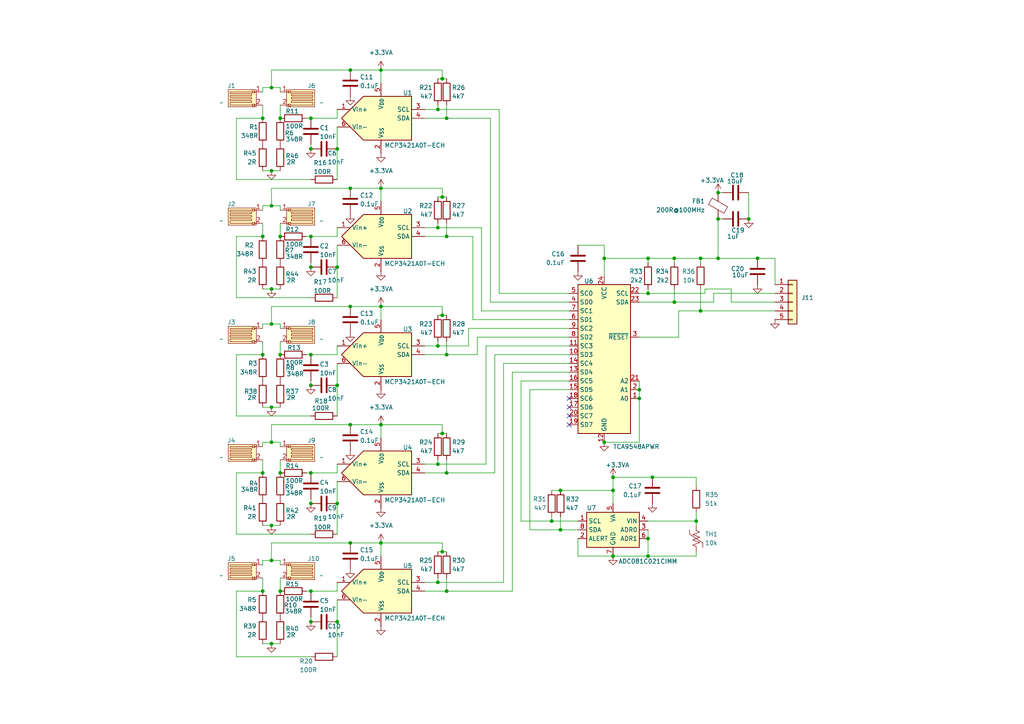
<source format=kicad_sch>
(kicad_sch (version 20250114) (generator "eeschema") (generator_version "9.0")
  (paper "A4")
  (title_block (title "Strain ADC") (date "2025-05-30") (rev "v1.0") (company "Ottawa Skybound") (comment 1 "Designed by Adam Turaj"))
  (junction (at 110.49 54.61))
  (junction (at 101.6 54.61))
  (junction (at 90.17 146.05))
  (junction (at 78.74 93.98))
  (junction (at 78.74 59.69))
  (junction (at 78.74 49.53))
  (junction (at 127 134.62))
  (junction (at 185.42 115.57))
  (junction (at 81.28 171.45))
  (junction (at 219.71 74.93))
  (junction (at 90.17 180.34))
  (junction (at 101.6 123.19))
  (junction (at 78.74 186.69))
  (junction (at 127 168.91))
  (junction (at 127 31.75))
  (junction (at 110.49 88.9))
  (junction (at 76.2 171.45))
  (junction (at 90.17 77.47))
  (junction (at 101.6 88.9))
  (junction (at 177.8 138.43))
  (junction (at 78.74 162.56))
  (junction (at 187.96 161.29))
  (junction (at 127 100.33))
  (junction (at 127 66.04))
  (junction (at 203.2 74.93))
  (junction (at 101.6 20.32))
  (junction (at 129.54 102.87))
  (junction (at 97.79 77.47))
  (junction (at 129.54 137.16))
  (junction (at 90.17 34.29))
  (junction (at 128.27 160.02))
  (junction (at 81.28 137.16))
  (junction (at 208.28 63.5))
  (junction (at 201.93 151.13))
  (junction (at 90.17 111.76))
  (junction (at 78.74 25.4))
  (junction (at 90.17 137.16))
  (junction (at 101.6 157.48))
  (junction (at 97.79 146.05))
  (junction (at 128.27 125.73))
  (junction (at 97.79 180.34))
  (junction (at 217.17 63.5))
  (junction (at 97.79 43.18))
  (junction (at 110.49 157.48))
  (junction (at 175.26 128.27))
  (junction (at 189.23 138.43))
  (junction (at 97.79 111.76))
  (junction (at 128.27 91.44))
  (junction (at 81.28 68.58))
  (junction (at 162.56 153.67))
  (junction (at 208.28 55.88))
  (junction (at 162.56 142.24))
  (junction (at 160.02 151.13))
  (junction (at 208.28 74.93))
  (junction (at 129.54 34.29))
  (junction (at 177.8 142.24))
  (junction (at 175.26 74.93))
  (junction (at 76.2 137.16))
  (junction (at 110.49 123.19))
  (junction (at 78.74 118.11))
  (junction (at 90.17 171.45))
  (junction (at 78.74 83.82))
  (junction (at 128.27 22.86))
  (junction (at 203.2 90.17))
  (junction (at 187.96 85.09))
  (junction (at 187.96 156.21))
  (junction (at 90.17 68.58))
  (junction (at 129.54 68.58))
  (junction (at 81.28 102.87))
  (junction (at 110.49 20.32))
  (junction (at 128.27 57.15))
  (junction (at 76.2 102.87))
  (junction (at 185.42 113.03))
  (junction (at 195.58 87.63))
  (junction (at 78.74 128.27))
  (junction (at 90.17 43.18))
  (junction (at 129.54 171.45))
  (junction (at 78.74 152.4))
  (junction (at 90.17 102.87))
  (junction (at 187.96 74.93))
  (junction (at 76.2 68.58))
  (junction (at 81.28 34.29))
  (junction (at 177.8 161.29))
  (junction (at 195.58 74.93))
  (junction (at 76.2 34.29))
  (no_connect (at 165.1 118.11))
  (no_connect (at 165.1 123.19))
  (no_connect (at 165.1 120.65))
  (no_connect (at 165.1 115.57))
  (wire (pts (xy 97.79 134.62) (xy 97.79 137.16)))
  (wire (pts (xy 76.2 59.69) (xy 78.74 59.69)))
  (wire (pts (xy 78.74 83.82) (xy 81.28 83.82)))
  (wire (pts (xy 143.51 102.87) (xy 165.1 102.87)))
  (wire (pts (xy 127 160.02) (xy 128.27 160.02)))
  (wire (pts (xy 127 134.62) (xy 140.97 134.62)))
  (wire (pts (xy 185.42 128.27) (xy 175.26 128.27)))
  (wire (pts (xy 110.49 123.19) (xy 110.49 127)))
  (wire (pts (xy 78.74 59.69) (xy 81.28 59.69)))
  (wire (pts (xy 78.74 157.48) (xy 78.74 162.56)))
  (wire (pts (xy 128.27 160.02) (xy 129.54 160.02)))
  (wire (pts (xy 177.8 142.24) (xy 177.8 146.05)))
  (wire (pts (xy 101.6 157.48) (xy 110.49 157.48)))
  (wire (pts (xy 81.28 128.27) (xy 81.28 129.54)))
  (wire (pts (xy 110.49 157.48) (xy 128.27 157.48)))
  (wire (pts (xy 90.17 68.58) (xy 88.9 68.58)))
  (wire (pts (xy 101.6 54.61) (xy 110.49 54.61)))
  (wire (pts (xy 110.49 157.48) (xy 110.49 161.29)))
  (wire (pts (xy 81.28 167.64) (xy 81.28 171.45)))
  (wire (pts (xy 97.79 31.75) (xy 97.79 34.29)))
  (wire (pts (xy 78.74 54.61) (xy 78.74 59.69)))
  (wire (pts (xy 90.17 41.91) (xy 90.17 43.18)))
  (wire (pts (xy 97.79 105.41) (xy 97.79 111.76)))
  (wire (pts (xy 97.79 168.91) (xy 97.79 171.45)))
  (wire (pts (xy 224.79 74.93) (xy 219.71 74.93)))
  (wire (pts (xy 90.17 34.29) (xy 88.9 34.29)))
  (wire (pts (xy 76.2 152.4) (xy 78.74 152.4)))
  (wire (pts (xy 207.01 85.09) (xy 207.01 87.63)))
  (wire (pts (xy 90.17 68.58) (xy 97.79 68.58)))
  (wire (pts (xy 129.54 68.58) (xy 137.16 68.58)))
  (wire (pts (xy 127 64.77) (xy 127 66.04)))
  (wire (pts (xy 153.67 153.67) (xy 153.67 113.03)))
  (wire (pts (xy 97.79 100.33) (xy 97.79 102.87)))
  (wire (pts (xy 139.7 66.04) (xy 139.7 90.17)))
  (wire (pts (xy 78.74 118.11) (xy 81.28 118.11)))
  (wire (pts (xy 140.97 100.33) (xy 165.1 100.33)))
  (wire (pts (xy 90.17 34.29) (xy 97.79 34.29)))
  (wire (pts (xy 185.42 97.79) (xy 196.85 97.79)))
  (wire (pts (xy 127 99.06) (xy 127 100.33)))
  (wire (pts (xy 97.79 173.99) (xy 97.79 180.34)))
  (wire (pts (xy 128.27 57.15) (xy 129.54 57.15)))
  (wire (pts (xy 162.56 153.67) (xy 153.67 153.67)))
  (wire (pts (xy 76.2 167.64) (xy 76.2 171.45)))
  (wire (pts (xy 68.58 102.87) (xy 76.2 102.87)))
  (wire (pts (xy 90.17 137.16) (xy 97.79 137.16)))
  (wire (pts (xy 187.96 74.93) (xy 175.26 74.93)))
  (wire (pts (xy 146.05 105.41) (xy 165.1 105.41)))
  (wire (pts (xy 76.2 99.06) (xy 76.2 102.87)))
  (wire (pts (xy 76.2 30.48) (xy 76.2 34.29)))
  (wire (pts (xy 81.28 99.06) (xy 81.28 102.87)))
  (wire (pts (xy 129.54 99.06) (xy 129.54 102.87)))
  (wire (pts (xy 212.09 83.82) (xy 212.09 87.63)))
  (wire (pts (xy 78.74 20.32) (xy 101.6 20.32)))
  (wire (pts (xy 185.42 115.57) (xy 185.42 128.27)))
  (wire (pts (xy 123.19 31.75) (xy 127 31.75)))
  (wire (pts (xy 123.19 134.62) (xy 127 134.62)))
  (wire (pts (xy 189.23 138.43) (xy 201.93 138.43)))
  (wire (pts (xy 142.24 87.63) (xy 165.1 87.63)))
  (wire (pts (xy 127 133.35) (xy 127 134.62)))
  (wire (pts (xy 97.79 77.47) (xy 97.79 86.36)))
  (wire (pts (xy 208.28 63.5) (xy 209.55 63.5)))
  (wire (pts (xy 76.2 25.4) (xy 78.74 25.4)))
  (wire (pts (xy 201.93 138.43) (xy 201.93 140.97)))
  (wire (pts (xy 90.17 154.94) (xy 68.58 154.94)))
  (wire (pts (xy 78.74 93.98) (xy 81.28 93.98)))
  (wire (pts (xy 90.17 102.87) (xy 88.9 102.87)))
  (wire (pts (xy 128.27 20.32) (xy 128.27 22.86)))
  (wire (pts (xy 78.74 20.32) (xy 78.74 25.4)))
  (wire (pts (xy 187.96 153.67) (xy 187.96 156.21)))
  (wire (pts (xy 97.79 139.7) (xy 97.79 146.05)))
  (wire (pts (xy 129.54 137.16) (xy 143.51 137.16)))
  (wire (pts (xy 217.17 55.88) (xy 217.17 63.5)))
  (wire (pts (xy 78.74 152.4) (xy 81.28 152.4)))
  (wire (pts (xy 76.2 93.98) (xy 78.74 93.98)))
  (wire (pts (xy 123.19 100.33) (xy 127 100.33)))
  (wire (pts (xy 137.16 92.71) (xy 165.1 92.71)))
  (wire (pts (xy 123.19 34.29) (xy 129.54 34.29)))
  (wire (pts (xy 127 57.15) (xy 128.27 57.15)))
  (wire (pts (xy 78.74 186.69) (xy 81.28 186.69)))
  (wire (pts (xy 110.49 88.9) (xy 128.27 88.9)))
  (wire (pts (xy 153.67 113.03) (xy 165.1 113.03)))
  (wire (pts (xy 81.28 93.98) (xy 81.28 95.25)))
  (wire (pts (xy 177.8 138.43) (xy 189.23 138.43)))
  (wire (pts (xy 144.78 31.75) (xy 144.78 85.09)))
  (wire (pts (xy 140.97 134.62) (xy 140.97 100.33)))
  (wire (pts (xy 128.27 91.44) (xy 129.54 91.44)))
  (wire (pts (xy 187.96 161.29) (xy 177.8 161.29)))
  (wire (pts (xy 78.74 88.9) (xy 101.6 88.9)))
  (wire (pts (xy 167.64 71.12) (xy 175.26 71.12)))
  (wire (pts (xy 167.64 153.67) (xy 162.56 153.67)))
  (wire (pts (xy 187.96 85.09) (xy 204.47 85.09)))
  (wire (pts (xy 123.19 66.04) (xy 127 66.04)))
  (wire (pts (xy 90.17 171.45) (xy 88.9 171.45)))
  (wire (pts (xy 224.79 74.93) (xy 224.79 82.55)))
  (wire (pts (xy 135.89 95.25) (xy 165.1 95.25)))
  (wire (pts (xy 110.49 88.9) (xy 110.49 92.71)))
  (wire (pts (xy 208.28 63.5) (xy 208.28 74.93)))
  (wire (pts (xy 128.27 88.9) (xy 128.27 91.44)))
  (wire (pts (xy 68.58 137.16) (xy 76.2 137.16)))
  (wire (pts (xy 201.93 148.59) (xy 201.93 151.13)))
  (wire (pts (xy 81.28 30.48) (xy 81.28 34.29)))
  (wire (pts (xy 127 31.75) (xy 144.78 31.75)))
  (wire (pts (xy 110.49 54.61) (xy 110.49 58.42)))
  (wire (pts (xy 201.93 161.29) (xy 187.96 161.29)))
  (wire (pts (xy 110.49 123.19) (xy 128.27 123.19)))
  (wire (pts (xy 90.17 120.65) (xy 68.58 120.65)))
  (wire (pts (xy 148.59 107.95) (xy 165.1 107.95)))
  (wire (pts (xy 138.43 97.79) (xy 165.1 97.79)))
  (wire (pts (xy 76.2 162.56) (xy 76.2 163.83)))
  (wire (pts (xy 76.2 49.53) (xy 78.74 49.53)))
  (wire (pts (xy 76.2 128.27) (xy 76.2 129.54)))
  (wire (pts (xy 68.58 137.16) (xy 68.58 154.94)))
  (wire (pts (xy 160.02 151.13) (xy 151.13 151.13)))
  (wire (pts (xy 90.17 179.07) (xy 90.17 180.34)))
  (wire (pts (xy 127 167.64) (xy 127 168.91)))
  (wire (pts (xy 123.19 171.45) (xy 129.54 171.45)))
  (wire (pts (xy 127 91.44) (xy 128.27 91.44)))
  (wire (pts (xy 128.27 22.86) (xy 129.54 22.86)))
  (wire (pts (xy 187.96 83.82) (xy 187.96 85.09)))
  (wire (pts (xy 167.64 151.13) (xy 160.02 151.13)))
  (wire (pts (xy 97.79 71.12) (xy 97.79 77.47)))
  (wire (pts (xy 76.2 128.27) (xy 78.74 128.27)))
  (wire (pts (xy 201.93 152.4) (xy 201.93 151.13)))
  (wire (pts (xy 148.59 171.45) (xy 148.59 107.95)))
  (wire (pts (xy 177.8 138.43) (xy 177.8 142.24)))
  (wire (pts (xy 78.74 157.48) (xy 101.6 157.48)))
  (wire (pts (xy 110.49 54.61) (xy 128.27 54.61)))
  (wire (pts (xy 162.56 149.86) (xy 162.56 153.67)))
  (wire (pts (xy 151.13 151.13) (xy 151.13 110.49)))
  (wire (pts (xy 81.28 25.4) (xy 81.28 26.67)))
  (wire (pts (xy 196.85 97.79) (xy 196.85 90.17)))
  (wire (pts (xy 144.78 85.09) (xy 165.1 85.09)))
  (wire (pts (xy 224.79 85.09) (xy 207.01 85.09)))
  (wire (pts (xy 187.96 151.13) (xy 201.93 151.13)))
  (wire (pts (xy 81.28 133.35) (xy 81.28 137.16)))
  (wire (pts (xy 128.27 157.48) (xy 128.27 160.02)))
  (wire (pts (xy 129.54 171.45) (xy 148.59 171.45)))
  (wire (pts (xy 128.27 125.73) (xy 129.54 125.73)))
  (wire (pts (xy 185.42 85.09) (xy 187.96 85.09)))
  (wire (pts (xy 129.54 34.29) (xy 142.24 34.29)))
  (wire (pts (xy 175.26 74.93) (xy 175.26 80.01)))
  (wire (pts (xy 90.17 76.2) (xy 90.17 77.47)))
  (wire (pts (xy 81.28 59.69) (xy 81.28 60.96)))
  (wire (pts (xy 68.58 34.29) (xy 76.2 34.29)))
  (wire (pts (xy 78.74 162.56) (xy 81.28 162.56)))
  (wire (pts (xy 101.6 123.19) (xy 110.49 123.19)))
  (wire (pts (xy 81.28 162.56) (xy 81.28 163.83)))
  (wire (pts (xy 76.2 162.56) (xy 78.74 162.56)))
  (wire (pts (xy 203.2 74.93) (xy 203.2 76.2)))
  (wire (pts (xy 203.2 83.82) (xy 203.2 90.17)))
  (wire (pts (xy 68.58 102.87) (xy 68.58 120.65)))
  (wire (pts (xy 203.2 74.93) (xy 195.58 74.93)))
  (wire (pts (xy 203.2 90.17) (xy 224.79 90.17)))
  (wire (pts (xy 167.64 156.21) (xy 167.64 161.29)))
  (wire (pts (xy 129.54 102.87) (xy 138.43 102.87)))
  (wire (pts (xy 110.49 20.32) (xy 128.27 20.32)))
  (wire (pts (xy 76.2 133.35) (xy 76.2 137.16)))
  (wire (pts (xy 160.02 142.24) (xy 162.56 142.24)))
  (wire (pts (xy 81.28 64.77) (xy 81.28 68.58)))
  (wire (pts (xy 76.2 64.77) (xy 76.2 68.58)))
  (wire (pts (xy 68.58 68.58) (xy 68.58 86.36)))
  (wire (pts (xy 97.79 146.05) (xy 97.79 154.94)))
  (wire (pts (xy 76.2 186.69) (xy 78.74 186.69)))
  (wire (pts (xy 127 100.33) (xy 135.89 100.33)))
  (wire (pts (xy 78.74 25.4) (xy 81.28 25.4)))
  (wire (pts (xy 175.26 71.12) (xy 175.26 74.93)))
  (wire (pts (xy 185.42 110.49) (xy 185.42 113.03)))
  (wire (pts (xy 101.6 88.9) (xy 110.49 88.9)))
  (wire (pts (xy 138.43 102.87) (xy 138.43 97.79)))
  (wire (pts (xy 151.13 110.49) (xy 165.1 110.49)))
  (wire (pts (xy 146.05 168.91) (xy 146.05 105.41)))
  (wire (pts (xy 127 22.86) (xy 128.27 22.86)))
  (wire (pts (xy 68.58 68.58) (xy 76.2 68.58)))
  (wire (pts (xy 204.47 83.82) (xy 212.09 83.82)))
  (wire (pts (xy 196.85 90.17) (xy 203.2 90.17)))
  (wire (pts (xy 137.16 68.58) (xy 137.16 92.71)))
  (wire (pts (xy 68.58 171.45) (xy 76.2 171.45)))
  (wire (pts (xy 187.96 74.93) (xy 187.96 76.2)))
  (wire (pts (xy 167.64 161.29) (xy 177.8 161.29)))
  (wire (pts (xy 162.56 142.24) (xy 177.8 142.24)))
  (wire (pts (xy 97.79 66.04) (xy 97.79 68.58)))
  (wire (pts (xy 127 30.48) (xy 127 31.75)))
  (wire (pts (xy 212.09 87.63) (xy 224.79 87.63)))
  (wire (pts (xy 78.74 49.53) (xy 81.28 49.53)))
  (wire (pts (xy 127 125.73) (xy 128.27 125.73)))
  (wire (pts (xy 208.28 55.88) (xy 209.55 55.88)))
  (wire (pts (xy 97.79 36.83) (xy 97.79 43.18)))
  (wire (pts (xy 97.79 111.76) (xy 97.79 120.65)))
  (wire (pts (xy 76.2 83.82) (xy 78.74 83.82)))
  (wire (pts (xy 128.27 123.19) (xy 128.27 125.73)))
  (wire (pts (xy 90.17 144.78) (xy 90.17 146.05)))
  (wire (pts (xy 195.58 74.93) (xy 187.96 74.93)))
  (wire (pts (xy 90.17 52.07) (xy 68.58 52.07)))
  (wire (pts (xy 90.17 102.87) (xy 97.79 102.87)))
  (wire (pts (xy 123.19 168.91) (xy 127 168.91)))
  (wire (pts (xy 139.7 90.17) (xy 165.1 90.17)))
  (wire (pts (xy 97.79 43.18) (xy 97.79 52.07)))
  (wire (pts (xy 127 168.91) (xy 146.05 168.91)))
  (wire (pts (xy 97.79 180.34) (xy 97.79 190.5)))
  (wire (pts (xy 68.58 34.29) (xy 68.58 52.07)))
  (wire (pts (xy 129.54 30.48) (xy 129.54 34.29)))
  (wire (pts (xy 78.74 123.19) (xy 101.6 123.19)))
  (wire (pts (xy 129.54 133.35) (xy 129.54 137.16)))
  (wire (pts (xy 127 66.04) (xy 139.7 66.04)))
  (wire (pts (xy 208.28 74.93) (xy 219.71 74.93)))
  (wire (pts (xy 123.19 68.58) (xy 129.54 68.58)))
  (wire (pts (xy 201.93 160.02) (xy 201.93 161.29)))
  (wire (pts (xy 78.74 54.61) (xy 101.6 54.61)))
  (wire (pts (xy 101.6 20.32) (xy 110.49 20.32)))
  (wire (pts (xy 129.54 167.64) (xy 129.54 171.45)))
  (wire (pts (xy 76.2 59.69) (xy 76.2 60.96)))
  (wire (pts (xy 76.2 93.98) (xy 76.2 95.25)))
  (wire (pts (xy 195.58 83.82) (xy 195.58 87.63)))
  (wire (pts (xy 90.17 110.49) (xy 90.17 111.76)))
  (wire (pts (xy 185.42 113.03) (xy 185.42 115.57)))
  (wire (pts (xy 110.49 20.32) (xy 110.49 24.13)))
  (wire (pts (xy 160.02 149.86) (xy 160.02 151.13)))
  (wire (pts (xy 204.47 85.09) (xy 204.47 83.82)))
  (wire (pts (xy 76.2 25.4) (xy 76.2 26.67)))
  (wire (pts (xy 78.74 128.27) (xy 81.28 128.27)))
  (wire (pts (xy 143.51 137.16) (xy 143.51 102.87)))
  (wire (pts (xy 129.54 64.77) (xy 129.54 68.58)))
  (wire (pts (xy 128.27 54.61) (xy 128.27 57.15)))
  (wire (pts (xy 123.19 137.16) (xy 129.54 137.16)))
  (wire (pts (xy 90.17 86.36) (xy 68.58 86.36)))
  (wire (pts (xy 76.2 118.11) (xy 78.74 118.11)))
  (wire (pts (xy 208.28 74.93) (xy 203.2 74.93)))
  (wire (pts (xy 123.19 102.87) (xy 129.54 102.87)))
  (wire (pts (xy 90.17 137.16) (xy 88.9 137.16)))
  (wire (pts (xy 195.58 87.63) (xy 207.01 87.63)))
  (wire (pts (xy 185.42 87.63) (xy 195.58 87.63)))
  (wire (pts (xy 187.96 156.21) (xy 187.96 161.29)))
  (wire (pts (xy 135.89 100.33) (xy 135.89 95.25)))
  (wire (pts (xy 78.74 88.9) (xy 78.74 93.98)))
  (wire (pts (xy 195.58 74.93) (xy 195.58 76.2)))
  (wire (pts (xy 142.24 34.29) (xy 142.24 87.63)))
  (wire (pts (xy 90.17 171.45) (xy 97.79 171.45)))
  (wire (pts (xy 78.74 123.19) (xy 78.74 128.27)))
  (wire (pts (xy 68.58 171.45) (xy 68.58 190.5)))
  (wire (pts (xy 90.17 190.5) (xy 68.58 190.5)))
  (symbol (lib_id "Device:C") (at 101.6 24.13 0) (unit 1)
    (property "Reference" "C11" (at 104.394 22.352 0) (effects (justify left)))
    (property "Value" "0.1uF" (at 104.394 24.892 0) (effects (justify left)))
    (property "Footprint" "Capacitor_SMD:C_0402_1005Metric" (effects (hide yes)))
    (property "Description" "Unpolarized capacitor" (effects (hide yes)))
    (property "Part Number" "CL05B104KP5NNNC" (effects (hide yes)))
  )
  (symbol (lib_id "power:GND") (at 101.6 62.23 0) (unit 1)
    (property "Reference" "#PWR012" (effects (hide yes)))
    (property "Value" "GND" (effects (hide yes)))
    (property "Description" "Power symbol creates a global label with name \"GND\" , ground" (effects (hide yes)))
  )
  (symbol (lib_id "Analog_ADC:MCP3421A0T-ECH") (at 110.49 34.29 0) (unit 1)
    (property "Reference" "U1" (at 116.84 26.924 0) (effects (justify left)))
    (property "Value" "MCP3421A0T-ECH" (at 111.506 42.164 0) (effects (justify left)))
    (property "Footprint" "Package_TO_SOT_SMD:SOT-23-6" (effects (hide yes)))
    (property "Datasheet" "http://ww1.microchip.com/downloads/en/DeviceDoc/22003e.pdf" (effects (hide yes)))
    (property "Description" "Single Delta-Sigma 18bit Analog to Digital Converter, I2C Interface, SOT-23-6" (effects (hide yes)))
    (property "Part Number" "MCP3421A0T-E/CH" (effects (hide yes)))
  )
  (symbol (lib_id "Device:C") (at 167.64 74.93 0) (unit 1)
    (property "Reference" "C16" (at 163.83 73.6599 0) (effects (justify right)))
    (property "Value" "0.1uF" (at 163.83 76.1999 0) (effects (justify right)))
    (property "Footprint" "Capacitor_SMD:C_0402_1005Metric" (effects (hide yes)))
    (property "Description" "Unpolarized capacitor" (effects (hide yes)))
    (property "Part Number" "CL05B104KP5NNNC" (effects (hide yes)))
  )
  (symbol (lib_id "Device:R") (at 129.54 26.67 0) (mirror y) (unit 1)
    (property "Reference" "R26" (at 131.064 25.4 0) (effects (justify right)))
    (property "Value" "4k7" (at 131.064 27.94 0) (effects (justify right)))
    (property "Footprint" "Resistor_SMD:R_0402_1005Metric" (effects (hide yes)))
    (property "Description" "Resistor" (effects (hide yes)))
    (property "Part Number" "RC0402FR-074K7L" (effects (hide yes)))
  )
  (symbol (lib_id "Device:C") (at 219.71 78.74 0) (mirror x) (unit 1)
    (property "Reference" "C20" (at 215.9 77.978 0) (effects (justify right)))
    (property "Value" "10uF" (at 217.17 79.756 0) (effects (justify right)))
    (property "Footprint" "Capacitor_SMD:C_0402_1005Metric" (effects (hide yes)))
    (property "Description" "Unpolarized capacitor" (effects (hide yes)))
    (property "Part Number" "CL05A106MQ5NUNC" (effects (hide yes)))
  )
  (symbol (lib_id "Analog_ADC:MCP3421A0T-ECH") (at 110.49 102.87 0) (unit 1)
    (property "Reference" "U3" (at 116.84 95.504 0) (effects (justify left)))
    (property "Value" "MCP3421A0T-ECH" (at 111.506 110.744 0) (effects (justify left)))
    (property "Footprint" "Package_TO_SOT_SMD:SOT-23-6" (effects (hide yes)))
    (property "Datasheet" "http://ww1.microchip.com/downloads/en/DeviceDoc/22003e.pdf" (effects (hide yes)))
    (property "Description" "Single Delta-Sigma 18bit Analog to Digital Converter, I2C Interface, SOT-23-6" (effects (hide yes)))
    (property "Part Number" "MCP3421A0T-E/CH" (effects (hide yes)))
  )
  (symbol (lib_id "Device:R") (at 81.28 175.26 0) (mirror y) (unit 1)
    (property "Reference" "R10" (at 82.296 175.514 0) (effects (justify right)))
    (property "Value" "348R" (at 82.55 177.292 0) (effects (justify right)))
    (property "Footprint" "Resistor_SMD:R_0402_1005Metric" (effects (hide yes)))
    (property "Description" "Resistor" (effects (hide yes)))
    (property "Part Number" "ERA-2AEB3480X" (effects (hide yes)))
  )
  (symbol (lib_id "Connector:Conn_Strain_Guage") (at 87.63 165.1 0) (unit 1)
    (property "Reference" "J10" (at 89.154 162.052 0) (effects (justify left)))
    (property "Value" "~" (at 92.71 166.945 0) (effects (justify left)))
    (property "Footprint" "Resistor_SMD:R_0805_2012Metric" (effects (hide yes)))
  )
  (symbol (lib_id "power:GND") (at 224.79 92.71 0) (unit 1)
    (property "Reference" "#PWR034" (effects (hide yes)))
    (property "Value" "GND" (effects (hide yes)))
    (property "Description" "Power symbol creates a global label with name \"GND\" , ground" (effects (hide yes)))
  )
  (symbol (lib_id "Device:R") (at 81.28 45.72 0) (mirror y) (unit 1)
    (property "Reference" "R46" (at 82.804 45.212 0) (effects (justify right)))
    (property "Value" "2R" (at 83.058 46.99 0) (effects (justify right)))
    (property "Footprint" "Resistor_SMD:R_0603_1608Metric" (effects (hide yes)))
    (property "Description" "Resistor" (effects (hide yes)))
    (property "Part Number" "RT0603BRE072RL" (effects (hide yes)))
  )
  (symbol (lib_id "Device:R") (at 203.2 80.01 0) (unit 1)
    (property "Reference" "R36" (at 201.676 78.74 0) (effects (justify right)))
    (property "Value" "10k" (at 201.676 81.28 0) (effects (justify right)))
    (property "Footprint" "Resistor_SMD:R_0402_1005Metric" (effects (hide yes)))
    (property "Description" "Resistor" (effects (hide yes)))
    (property "Part Number" "RC0402JR-0710KL" (effects (hide yes)))
  )
  (symbol (lib_id "power:GND") (at 167.64 78.74 0) (unit 1)
    (property "Reference" "#PWR026" (effects (hide yes)))
    (property "Value" "GND" (effects (hide yes)))
    (property "Description" "Power symbol creates a global label with name \"GND\" , ground" (effects (hide yes)))
  )
  (symbol (lib_id "Device:C") (at 101.6 92.71 0) (unit 1)
    (property "Reference" "C13" (at 104.394 90.932 0) (effects (justify left)))
    (property "Value" "0.1uF" (at 104.394 93.472 0) (effects (justify left)))
    (property "Footprint" "Capacitor_SMD:C_0402_1005Metric" (effects (hide yes)))
    (property "Description" "Unpolarized capacitor" (effects (hide yes)))
    (property "Part Number" "CL05B104KP5NNNC" (effects (hide yes)))
  )
  (symbol (lib_id "Connector:Conn_Strain_Guage") (at 87.63 27.94 0) (unit 1)
    (property "Reference" "J6" (at 89.154 24.892 0) (effects (justify left)))
    (property "Value" "~" (at 92.71 29.785 0) (effects (justify left)))
    (property "Footprint" "Resistor_SMD:R_0805_2012Metric" (effects (hide yes)))
  )
  (symbol (lib_id "Device:C") (at 93.98 43.18 270) (unit 1)
    (property "Reference" "C6" (at 94.996 44.45 90) (effects (justify left)))
    (property "Value" "10nF" (at 94.996 46.99 90) (effects (justify left)))
    (property "Footprint" "Capacitor_SMD:C_0402_1005Metric" (effects (hide yes)))
    (property "Description" "Unpolarized capacitor" (effects (hide yes)))
    (property "Part Number" "GRM155R71C103KA01D" (effects (hide yes)))
  )
  (symbol (lib_id "Device:C") (at 90.17 38.1 0) (unit 1)
    (property "Reference" "C1" (at 92.71 37.084 0) (effects (justify left)))
    (property "Value" "10nF" (at 92.71 39.624 0) (effects (justify left)))
    (property "Footprint" "Capacitor_SMD:C_0402_1005Metric" (effects (hide yes)))
    (property "Description" "Unpolarized capacitor" (effects (hide yes)))
    (property "Part Number" "GRM155R71C103KA01D" (effects (hide yes)))
  )
  (symbol (lib_id "Device:C") (at 93.98 77.47 270) (unit 1)
    (property "Reference" "C7" (at 94.996 78.74 90) (effects (justify left)))
    (property "Value" "10nF" (at 94.996 81.28 90) (effects (justify left)))
    (property "Footprint" "Capacitor_SMD:C_0402_1005Metric" (effects (hide yes)))
    (property "Description" "Unpolarized capacitor" (effects (hide yes)))
    (property "Part Number" "GRM155R71C103KA01D" (effects (hide yes)))
  )
  (symbol (lib_id "Device:R") (at 85.09 34.29 270) (mirror x) (unit 1)
    (property "Reference" "R11" (at 82.804 32.258 90) (effects (justify left)))
    (property "Value" "100R" (at 82.804 36.576 90) (effects (justify left)))
    (property "Footprint" "Resistor_SMD:R_0402_1005Metric" (effects (hide yes)))
    (property "Description" "Resistor" (effects (hide yes)))
    (property "Part Number" "CRCW0402100RFKEDC" (effects (hide yes)))
  )
  (symbol (lib_id "Device:R") (at 93.98 154.94 90) (unit 1)
    (property "Reference" "R19" (at 90.932 150.368 90) (effects (justify right)))
    (property "Value" "100R" (at 90.932 152.908 90) (effects (justify right)))
    (property "Footprint" "Resistor_SMD:R_0402_1005Metric" (effects (hide yes)))
    (property "Description" "Resistor" (effects (hide yes)))
    (property "Part Number" "CRCW0402100RFKEDC" (effects (hide yes)))
  )
  (symbol (lib_id "power:GND") (at 78.74 118.11 0) (unit 1)
    (property "Reference" "#PWR03" (effects (hide yes)))
    (property "Value" "GND" (effects (hide yes)))
    (property "Description" "Power symbol creates a global label with name \"GND\" , ground" (effects (hide yes)))
  )
  (symbol (lib_id "power:GND") (at 101.6 130.81 0) (unit 1)
    (property "Reference" "#PWR014" (effects (hide yes)))
    (property "Value" "GND" (effects (hide yes)))
    (property "Description" "Power symbol creates a global label with name \"GND\" , ground" (effects (hide yes)))
  )
  (symbol (lib_id "power:GND") (at 110.49 44.45 0) (unit 1)
    (property "Reference" "#PWR017" (effects (hide yes)))
    (property "Value" "GND" (effects (hide yes)))
    (property "Description" "Power symbol creates a global label with name \"GND\" , ground" (effects (hide yes)))
  )
  (symbol (lib_id "Device:R") (at 76.2 140.97 0) (unit 1)
    (property "Reference" "R4" (at 74.93 140.2081 0) (effects (justify right)))
    (property "Value" "348R" (at 74.93 141.986 0) (effects (justify right)))
    (property "Footprint" "Resistor_SMD:R_0402_1005Metric" (effects (hide yes)))
    (property "Description" "Resistor" (effects (hide yes)))
    (property "Part Number" "ERA-2AEB3480X" (effects (hide yes)))
  )
  (symbol (lib_id "Device:R") (at 81.28 72.39 0) (mirror y) (unit 1)
    (property "Reference" "R7" (at 82.55 72.644 0) (effects (justify right)))
    (property "Value" "348R" (at 82.804 74.422 0) (effects (justify right)))
    (property "Footprint" "Resistor_SMD:R_0402_1005Metric" (effects (hide yes)))
    (property "Description" "Resistor" (effects (hide yes)))
    (property "Part Number" "ERA-2AEB3480X" (effects (hide yes)))
  )
  (symbol (lib_id "power:+3.3VA") (at 110.49 88.9 0) (unit 1)
    (property "Reference" "#PWR020" (effects (hide yes)))
    (property "Value" "+3.3VA" (at 110.49 83.82 0))
    (property "Description" "Power symbol creates a global label with name \"+3.3VA\"" (effects (hide yes)))
  )
  (symbol (lib_id "power:+3.3VA") (at 208.28 55.88 0) (unit 1)
    (property "Reference" "#PWR031" (effects (hide yes)))
    (property "Value" "+3.3VA" (at 206.502 52.324 0))
    (property "Description" "Power symbol creates a global label with name \"+3.3VA\"" (effects (hide yes)))
  )
  (symbol (lib_id "Connector:Conn_Strain_Guage") (at 69.85 165.1 0) (mirror y) (unit 1)
    (property "Reference" "J5" (at 68.326 162.052 0) (effects (justify left)))
    (property "Value" "~" (at 64.77 166.945 0) (effects (justify left)))
    (property "Footprint" "Resistor_SMD:R_0805_2012Metric" (effects (hide yes)))
  )
  (symbol (lib_id "power:+3.3VA") (at 110.49 157.48 0) (unit 1)
    (property "Reference" "#PWR024" (effects (hide yes)))
    (property "Value" "+3.3VA" (at 110.49 152.4 0))
    (property "Description" "Power symbol creates a global label with name \"+3.3VA\"" (effects (hide yes)))
  )
  (symbol (lib_id "Device:R") (at 85.09 102.87 270) (mirror x) (unit 1)
    (property "Reference" "R13" (at 83.312 100.838 90) (effects (justify left)))
    (property "Value" "100R" (at 82.804 105.156 90) (effects (justify left)))
    (property "Footprint" "Resistor_SMD:R_0402_1005Metric" (effects (hide yes)))
    (property "Description" "Resistor" (effects (hide yes)))
    (property "Part Number" "CRCW0402100RFKEDC" (effects (hide yes)))
  )
  (symbol (lib_id "Analog_ADC:MCP3421A0T-ECH") (at 110.49 171.45 0) (unit 1)
    (property "Reference" "U5" (at 116.84 164.084 0) (effects (justify left)))
    (property "Value" "MCP3421A0T-ECH" (at 111.506 179.324 0) (effects (justify left)))
    (property "Footprint" "Package_TO_SOT_SMD:SOT-23-6" (effects (hide yes)))
    (property "Datasheet" "http://ww1.microchip.com/downloads/en/DeviceDoc/22003e.pdf" (effects (hide yes)))
    (property "Description" "Single Delta-Sigma 18bit Analog to Digital Converter, I2C Interface, SOT-23-6" (effects (hide yes)))
    (property "Part Number" "MCP3421A0T-E/CH" (effects (hide yes)))
  )
  (symbol (lib_id "Device:C") (at 90.17 140.97 0) (unit 1)
    (property "Reference" "C4" (at 92.71 139.954 0) (effects (justify left)))
    (property "Value" "10nF" (at 92.71 142.494 0) (effects (justify left)))
    (property "Footprint" "Capacitor_SMD:C_0402_1005Metric" (effects (hide yes)))
    (property "Description" "Unpolarized capacitor" (effects (hide yes)))
    (property "Part Number" "GRM155R71C103KA01D" (effects (hide yes)))
  )
  (symbol (lib_id "power:GND") (at 110.49 147.32 0) (unit 1)
    (property "Reference" "#PWR023" (effects (hide yes)))
    (property "Value" "GND" (effects (hide yes)))
    (property "Description" "Power symbol creates a global label with name \"GND\" , ground" (effects (hide yes)))
  )
  (symbol (lib_id "Device:R") (at 195.58 80.01 0) (unit 1)
    (property "Reference" "R34" (at 194.056 78.74 0) (effects (justify right)))
    (property "Value" "2k2" (at 194.056 81.28 0) (effects (justify right)))
    (property "Footprint" "Resistor_SMD:R_0402_1005Metric" (effects (hide yes)))
    (property "Description" "Resistor" (effects (hide yes)))
    (property "Part Number" "RC0402FR-072K2L" (effects (hide yes)))
  )
  (symbol (lib_id "Device:C") (at 93.98 180.34 270) (unit 1)
    (property "Reference" "C10" (at 94.996 181.61 90) (effects (justify left)))
    (property "Value" "10nF" (at 94.996 184.15 90) (effects (justify left)))
    (property "Footprint" "Capacitor_SMD:C_0402_1005Metric" (effects (hide yes)))
    (property "Description" "Unpolarized capacitor" (effects (hide yes)))
    (property "Part Number" "GRM155R71C103KA01D" (effects (hide yes)))
  )
  (symbol (lib_id "Device:R") (at 81.28 140.97 0) (mirror y) (unit 1)
    (property "Reference" "R9" (at 82.55 141.224 0) (effects (justify right)))
    (property "Value" "348R" (at 82.804 143.002 0) (effects (justify right)))
    (property "Footprint" "Resistor_SMD:R_0402_1005Metric" (effects (hide yes)))
    (property "Description" "Resistor" (effects (hide yes)))
    (property "Part Number" "ERA-2AEB3480X" (effects (hide yes)))
  )
  (symbol (lib_id "Device:C") (at 213.36 63.5 90) (unit 1)
    (property "Reference" "C19" (at 212.09 66.802 90) (effects (justify right)))
    (property "Value" "1uF" (at 210.82 68.58 90) (effects (justify right)))
    (property "Footprint" "Capacitor_SMD:C_0402_1005Metric" (effects (hide yes)))
    (property "Description" "Unpolarized capacitor" (effects (hide yes)))
    (property "Part Number" "GRM155R70J105KA12D" (effects (hide yes)))
  )
  (symbol (lib_id "Device:R") (at 76.2 45.72 0) (unit 1)
    (property "Reference" "R45" (at 74.422 44.45 0) (effects (justify right)))
    (property "Value" "2R" (at 74.422 46.99 0) (effects (justify right)))
    (property "Footprint" "Resistor_SMD:R_0603_1608Metric" (effects (hide yes)))
    (property "Description" "Resistor" (effects (hide yes)))
    (property "Part Number" "RT0603BRE072RL" (effects (hide yes)))
  )
  (symbol (lib_id "Device:R") (at 93.98 86.36 90) (unit 1)
    (property "Reference" "R17" (at 90.932 81.788 90) (effects (justify right)))
    (property "Value" "100R" (at 90.932 84.328 90) (effects (justify right)))
    (property "Footprint" "Resistor_SMD:R_0402_1005Metric" (effects (hide yes)))
    (property "Description" "Resistor" (effects (hide yes)))
    (property "Part Number" "CRCW0402100RFKEDC" (effects (hide yes)))
  )
  (symbol (lib_id "power:GND") (at 90.17 146.05 0) (unit 1)
    (property "Reference" "#PWR09" (effects (hide yes)))
    (property "Value" "GND" (effects (hide yes)))
    (property "Description" "Power symbol creates a global label with name \"GND\" , ground" (effects (hide yes)))
  )
  (symbol (lib_id "Device:C") (at 213.36 55.88 90) (unit 1)
    (property "Reference" "C18" (at 211.836 50.8 90) (effects (justify right)))
    (property "Value" "10uF" (at 210.82 52.578 90) (effects (justify right)))
    (property "Footprint" "Capacitor_SMD:C_0402_1005Metric" (effects (hide yes)))
    (property "Description" "Unpolarized capacitor" (effects (hide yes)))
    (property "Part Number" "CL05A106MQ5NUNC" (effects (hide yes)))
  )
  (symbol (lib_id "Connector_Generic:Conn_01x05") (at 229.87 87.63 0) (unit 1)
    (property "Reference" "J11" (at 232.41 86.3599 0) (effects (justify left)))
    (property "Value" "Conn_01x05" (effects (hide yes)))
    (property "Footprint" "Connector_JST:JST_XH_B5B-XH-A_1x05_P2.50mm_Vertical" (effects (hide yes)))
    (property "Description" "Generic connector, single row, 01x05, script generated (kicad-library-utils/schlib/autogen/connector/)" (effects (hide yes)))
    (property "Part Number" "B5B-XH-A" (effects (hide yes)))
  )
  (symbol (lib_id "Device:R") (at 76.2 175.26 0) (unit 1)
    (property "Reference" "R5" (at 74.422 173.99 0) (effects (justify right)))
    (property "Value" "348R" (at 74.422 176.53 0) (effects (justify right)))
    (property "Footprint" "Resistor_SMD:R_0402_1005Metric" (effects (hide yes)))
    (property "Description" "Resistor" (effects (hide yes)))
    (property "Part Number" "ERA-2AEB3480X" (effects (hide yes)))
  )
  (symbol (lib_id "power:GND") (at 217.17 63.5 0) (unit 1)
    (property "Reference" "#PWR032" (effects (hide yes)))
    (property "Value" "GND" (effects (hide yes)))
    (property "Description" "Power symbol creates a global label with name \"GND\" , ground" (effects (hide yes)))
  )
  (symbol (lib_id "Connector:Conn_Strain_Guage") (at 87.63 96.52 0) (unit 1)
    (property "Reference" "J8" (at 89.154 93.472 0) (effects (justify left)))
    (property "Value" "~" (at 92.71 98.365 0) (effects (justify left)))
    (property "Footprint" "Resistor_SMD:R_0805_2012Metric" (effects (hide yes)))
  )
  (symbol (lib_id "Device:C") (at 93.98 146.05 270) (unit 1)
    (property "Reference" "C9" (at 94.996 147.32 90) (effects (justify left)))
    (property "Value" "10nF" (at 94.996 149.86 90) (effects (justify left)))
    (property "Footprint" "Capacitor_SMD:C_0402_1005Metric" (effects (hide yes)))
    (property "Description" "Unpolarized capacitor" (effects (hide yes)))
    (property "Part Number" "GRM155R71C103KA01D" (effects (hide yes)))
  )
  (symbol (lib_id "Device:R") (at 76.2 182.88 0) (unit 1)
    (property "Reference" "R39" (at 74.422 181.61 0) (effects (justify right)))
    (property "Value" "2R" (at 74.422 184.15 0) (effects (justify right)))
    (property "Footprint" "Resistor_SMD:R_0603_1608Metric" (effects (hide yes)))
    (property "Description" "Resistor" (effects (hide yes)))
    (property "Part Number" "RT0603BRE072RL" (effects (hide yes)))
  )
  (symbol (lib_id "Device:C") (at 101.6 58.42 0) (unit 1)
    (property "Reference" "C12" (at 104.394 56.642 0) (effects (justify left)))
    (property "Value" "0.1uF" (at 104.394 59.182 0) (effects (justify left)))
    (property "Footprint" "Capacitor_SMD:C_0402_1005Metric" (effects (hide yes)))
    (property "Description" "Unpolarized capacitor" (effects (hide yes)))
    (property "Part Number" "CL05B104KP5NNNC" (effects (hide yes)))
  )
  (symbol (lib_id "power:GND") (at 110.49 113.03 0) (unit 1)
    (property "Reference" "#PWR021" (effects (hide yes)))
    (property "Value" "GND" (effects (hide yes)))
    (property "Description" "Power symbol creates a global label with name \"GND\" , ground" (effects (hide yes)))
  )
  (symbol (lib_id "Connector:Conn_Strain_Guage") (at 69.85 130.81 0) (mirror y) (unit 1)
    (property "Reference" "J4" (at 68.326 127.762 0) (effects (justify left)))
    (property "Value" "~" (at 64.77 132.655 0) (effects (justify left)))
    (property "Footprint" "Resistor_SMD:R_0805_2012Metric" (effects (hide yes)))
  )
  (symbol (lib_id "Device:R") (at 85.09 137.16 270) (mirror x) (unit 1)
    (property "Reference" "R14" (at 82.804 135.128 90) (effects (justify left)))
    (property "Value" "100R" (at 82.804 139.446 90) (effects (justify left)))
    (property "Footprint" "Resistor_SMD:R_0402_1005Metric" (effects (hide yes)))
    (property "Description" "Resistor" (effects (hide yes)))
    (property "Part Number" "CRCW0402100RFKEDC" (effects (hide yes)))
  )
  (symbol (lib_id "Connector:Conn_Strain_Guage") (at 87.63 62.23 0) (unit 1)
    (property "Reference" "J7" (at 89.154 59.182 0) (effects (justify left)))
    (property "Value" "~" (at 92.71 64.075 0) (effects (justify left)))
    (property "Footprint" "Resistor_SMD:R_0805_2012Metric" (effects (hide yes)))
  )
  (symbol (lib_id "Device:C") (at 93.98 111.76 270) (unit 1)
    (property "Reference" "C8" (at 94.996 113.03 90) (effects (justify left)))
    (property "Value" "10nF" (at 94.996 115.57 90) (effects (justify left)))
    (property "Footprint" "Capacitor_SMD:C_0402_1005Metric" (effects (hide yes)))
    (property "Description" "Unpolarized capacitor" (effects (hide yes)))
    (property "Part Number" "GRM155R71C103KA01D" (effects (hide yes)))
  )
  (symbol (lib_id "Device:R") (at 81.28 38.1 0) (mirror y) (unit 1)
    (property "Reference" "R6" (at 82.55 38.608 0) (effects (justify right)))
    (property "Value" "348R" (at 82.804 40.386 0) (effects (justify right)))
    (property "Footprint" "Resistor_SMD:R_0402_1005Metric" (effects (hide yes)))
    (property "Description" "Resistor" (effects (hide yes)))
    (property "Part Number" "ERA-2AEB3480X" (effects (hide yes)))
  )
  (symbol (lib_id "power:GND") (at 90.17 180.34 0) (unit 1)
    (property "Reference" "#PWR010" (effects (hide yes)))
    (property "Value" "GND" (effects (hide yes)))
    (property "Description" "Power symbol creates a global label with name \"GND\" , ground" (effects (hide yes)))
  )
  (symbol (lib_id "Device:R") (at 76.2 80.01 0) (unit 1)
    (property "Reference" "R43" (at 74.422 78.74 0) (effects (justify right)))
    (property "Value" "2R" (at 74.422 81.28 0) (effects (justify right)))
    (property "Footprint" "Resistor_SMD:R_0603_1608Metric" (effects (hide yes)))
    (property "Description" "Resistor" (effects (hide yes)))
    (property "Part Number" "RT0603BRE072RL" (effects (hide yes)))
  )
  (symbol (lib_id "Interface_Expansion:TCA9548APWR") (at 175.26 102.87 0) (mirror y) (unit 1)
    (property "Reference" "U6" (at 169.418 81.534 0) (effects (justify right)))
    (property "Value" "TCA9548APWR" (at 177.8 129.54 0) (effects (justify right)))
    (property "Footprint" "Package_SO:TSSOP-24_4.4x7.8mm_P0.65mm" (effects (hide yes)))
    (property "Datasheet" "http://www.ti.com/lit/ds/symlink/tca9548a.pdf" (effects (hide yes)))
    (property "Description" "Low voltage 8-channel I2C switch with reset, TSSOP-24" (effects (hide yes)))
    (property "Part Number" "TCA9548APWR" (effects (hide yes)))
  )
  (symbol (lib_id "Device:R") (at 76.2 114.3 0) (unit 1)
    (property "Reference" "R38" (at 74.676 113.538 0) (effects (justify right)))
    (property "Value" "2R" (at 74.422 115.316 0) (effects (justify right)))
    (property "Footprint" "Resistor_SMD:R_0603_1608Metric" (effects (hide yes)))
    (property "Description" "Resistor" (effects (hide yes)))
    (property "Part Number" "RT0603BRE072RL" (effects (hide yes)))
  )
  (symbol (lib_id "power:GND") (at 175.26 128.27 0) (unit 1)
    (property "Reference" "#PWR027" (effects (hide yes)))
    (property "Value" "GND" (effects (hide yes)))
    (property "Description" "Power symbol creates a global label with name \"GND\" , ground" (effects (hide yes)))
  )
  (symbol (lib_id "Device:R") (at 127 26.67 0) (unit 1)
    (property "Reference" "R21" (at 125.476 25.4 0) (effects (justify right)))
    (property "Value" "4k7" (at 125.476 27.94 0) (effects (justify right)))
    (property "Footprint" "Resistor_SMD:R_0402_1005Metric" (effects (hide yes)))
    (property "Description" "Resistor" (effects (hide yes)))
    (property "Part Number" "RC0402FR-074K7L" (effects (hide yes)))
  )
  (symbol (lib_id "Analog_ADC:MCP3421A0T-ECH") (at 110.49 68.58 0) (unit 1)
    (property "Reference" "U2" (at 116.84 61.214 0) (effects (justify left)))
    (property "Value" "MCP3421A0T-ECH" (at 111.506 76.454 0) (effects (justify left)))
    (property "Footprint" "Package_TO_SOT_SMD:SOT-23-6" (effects (hide yes)))
    (property "Datasheet" "http://ww1.microchip.com/downloads/en/DeviceDoc/22003e.pdf" (effects (hide yes)))
    (property "Description" "Single Delta-Sigma 18bit Analog to Digital Converter, I2C Interface, SOT-23-6" (effects (hide yes)))
    (property "Part Number" "MCP3421A0T-E/CH" (effects (hide yes)))
  )
  (symbol (lib_id "Device:FerriteBead") (at 208.28 59.69 0) (unit 1)
    (property "Reference" "FB1" (at 204.47 58.3691 0) (effects (justify right)))
    (property "Value" "200R@100MHz" (at 204.47 60.9091 0) (effects (justify right)))
    (property "Footprint" "Inductor_SMD:L_0805_2012Metric" (effects (hide yes)))
    (property "Description" "Ferrite bead" (effects (hide yes)))
    (property "Part Number" "BLM21PG221SN1" (effects (hide yes)))
  )
  (symbol (lib_id "Device:R") (at 93.98 120.65 90) (unit 1)
    (property "Reference" "R18" (at 91.186 116.332 90) (effects (justify right)))
    (property "Value" "100R" (at 90.424 118.364 90) (effects (justify right)))
    (property "Footprint" "Resistor_SMD:R_0402_1005Metric" (effects (hide yes)))
    (property "Description" "Resistor" (effects (hide yes)))
    (property "Part Number" "CRCW0402100RFKEDC" (effects (hide yes)))
  )
  (symbol (lib_id "Device:R") (at 160.02 146.05 0) (unit 1)
    (property "Reference" "R31" (at 158.496 144.78 0) (effects (justify right)))
    (property "Value" "4k7" (at 158.496 147.32 0) (effects (justify right)))
    (property "Footprint" "Resistor_SMD:R_0402_1005Metric" (effects (hide yes)))
    (property "Description" "Resistor" (effects (hide yes)))
    (property "Part Number" "RC0402FR-074K7L" (effects (hide yes)))
  )
  (symbol (lib_id "power:GND") (at 78.74 186.69 0) (unit 1)
    (property "Reference" "#PWR05" (effects (hide yes)))
    (property "Value" "GND" (effects (hide yes)))
    (property "Description" "Power symbol creates a global label with name \"GND\" , ground" (effects (hide yes)))
  )
  (symbol (lib_id "power:+3.3VA") (at 110.49 123.19 0) (unit 1)
    (property "Reference" "#PWR022" (effects (hide yes)))
    (property "Value" "+3.3VA" (at 110.49 118.11 0))
    (property "Description" "Power symbol creates a global label with name \"+3.3VA\"" (effects (hide yes)))
  )
  (symbol (lib_id "power:GND") (at 110.49 181.61 0) (unit 1)
    (property "Reference" "#PWR025" (effects (hide yes)))
    (property "Value" "GND" (effects (hide yes)))
    (property "Description" "Power symbol creates a global label with name \"GND\" , ground" (effects (hide yes)))
  )
  (symbol (lib_id "Device:R") (at 81.28 106.68 0) (mirror y) (unit 1)
    (property "Reference" "R8" (at 82.804 106.68 0) (effects (justify right)))
    (property "Value" "348R" (at 83.058 108.458 0) (effects (justify right)))
    (property "Footprint" "Resistor_SMD:R_0402_1005Metric" (effects (hide yes)))
    (property "Description" "Resistor" (effects (hide yes)))
    (property "Part Number" "ERA-2AEB3480X" (effects (hide yes)))
  )
  (symbol (lib_id "power:+3.3VA") (at 110.49 54.61 0) (unit 1)
    (property "Reference" "#PWR018" (effects (hide yes)))
    (property "Value" "+3.3VA" (at 110.49 49.53 0))
    (property "Description" "Power symbol creates a global label with name \"+3.3VA\"" (effects (hide yes)))
  )
  (symbol (lib_id "power:GND") (at 101.6 27.94 0) (unit 1)
    (property "Reference" "#PWR011" (effects (hide yes)))
    (property "Value" "GND" (effects (hide yes)))
    (property "Description" "Power symbol creates a global label with name \"GND\" , ground" (effects (hide yes)))
  )
  (symbol (lib_id "power:GND") (at 189.23 146.05 0) (mirror y) (unit 1)
    (property "Reference" "#PWR030" (effects (hide yes)))
    (property "Value" "GND" (effects (hide yes)))
    (property "Description" "Power symbol creates a global label with name \"GND\" , ground" (effects (hide yes)))
  )
  (symbol (lib_id "Device:R") (at 129.54 163.83 0) (mirror y) (unit 1)
    (property "Reference" "R30" (at 131.064 162.56 0) (effects (justify right)))
    (property "Value" "4k7" (at 131.064 165.1 0) (effects (justify right)))
    (property "Footprint" "Resistor_SMD:R_0402_1005Metric" (effects (hide yes)))
    (property "Description" "Resistor" (effects (hide yes)))
    (property "Part Number" "RC0402FR-074K7L" (effects (hide yes)))
  )
  (symbol (lib_id "Device:C") (at 101.6 127 0) (unit 1)
    (property "Reference" "C14" (at 104.394 125.222 0) (effects (justify left)))
    (property "Value" "0.1uF" (at 104.394 127.762 0) (effects (justify left)))
    (property "Footprint" "Capacitor_SMD:C_0402_1005Metric" (effects (hide yes)))
    (property "Description" "Unpolarized capacitor" (effects (hide yes)))
    (property "Part Number" "CL05B104KP5NNNC" (effects (hide yes)))
  )
  (symbol (lib_id "Device:R") (at 129.54 95.25 0) (mirror y) (unit 1)
    (property "Reference" "R28" (at 131.064 93.98 0) (effects (justify right)))
    (property "Value" "4k7" (at 131.064 96.52 0) (effects (justify right)))
    (property "Footprint" "Resistor_SMD:R_0402_1005Metric" (effects (hide yes)))
    (property "Description" "Resistor" (effects (hide yes)))
    (property "Part Number" "RC0402FR-074K7L" (effects (hide yes)))
  )
  (symbol (lib_id "power:GND") (at 219.71 82.55 0) (unit 1)
    (property "Reference" "#PWR033" (effects (hide yes)))
    (property "Value" "GND" (effects (hide yes)))
    (property "Description" "Power symbol creates a global label with name \"GND\" , ground" (effects (hide yes)))
  )
  (symbol (lib_id "Device:R") (at 93.98 52.07 90) (unit 1)
    (property "Reference" "R16" (at 90.932 47.244 90) (effects (justify right)))
    (property "Value" "100R" (at 90.932 49.784 90) (effects (justify right)))
    (property "Footprint" "Resistor_SMD:R_0402_1005Metric" (effects (hide yes)))
    (property "Description" "Resistor" (effects (hide yes)))
    (property "Part Number" "CRCW0402100RFKEDC" (effects (hide yes)))
  )
  (symbol (lib_id "power:GND") (at 78.74 152.4 0) (unit 1)
    (property "Reference" "#PWR04" (effects (hide yes)))
    (property "Value" "GND" (effects (hide yes)))
    (property "Description" "Power symbol creates a global label with name \"GND\" , ground" (effects (hide yes)))
  )
  (symbol (lib_id "Device:C") (at 90.17 106.68 0) (unit 1)
    (property "Reference" "C3" (at 92.71 105.664 0) (effects (justify left)))
    (property "Value" "10nF" (at 92.71 108.204 0) (effects (justify left)))
    (property "Footprint" "Capacitor_SMD:C_0402_1005Metric" (effects (hide yes)))
    (property "Description" "Unpolarized capacitor" (effects (hide yes)))
    (property "Part Number" "GRM155R71C103KA01D" (effects (hide yes)))
  )
  (symbol (lib_id "Device:R") (at 187.96 80.01 0) (unit 1)
    (property "Reference" "R33" (at 186.436 78.74 0) (effects (justify right)))
    (property "Value" "2k2" (at 186.436 81.28 0) (effects (justify right)))
    (property "Footprint" "Resistor_SMD:R_0402_1005Metric" (effects (hide yes)))
    (property "Description" "Resistor" (effects (hide yes)))
    (property "Part Number" "RC0402FR-072K2L" (effects (hide yes)))
  )
  (symbol (lib_id "Device:R") (at 81.28 114.3 0) (mirror y) (unit 1)
    (property "Reference" "R37" (at 82.804 113.538 0) (effects (justify right)))
    (property "Value" "2R" (at 83.058 115.316 0) (effects (justify right)))
    (property "Footprint" "Resistor_SMD:R_0603_1608Metric" (effects (hide yes)))
    (property "Description" "Resistor" (effects (hide yes)))
    (property "Part Number" "RT0603BRE072RL" (effects (hide yes)))
  )
  (symbol (lib_id "Device:C") (at 90.17 175.26 0) (unit 1)
    (property "Reference" "C5" (at 92.71 174.244 0) (effects (justify left)))
    (property "Value" "10nF" (at 92.71 176.784 0) (effects (justify left)))
    (property "Footprint" "Capacitor_SMD:C_0402_1005Metric" (effects (hide yes)))
    (property "Description" "Unpolarized capacitor" (effects (hide yes)))
    (property "Part Number" "GRM155R71C103KA01D" (effects (hide yes)))
  )
  (symbol (lib_id "Device:R") (at 85.09 68.58 270) (mirror x) (unit 1)
    (property "Reference" "R12" (at 82.804 66.548 90) (effects (justify left)))
    (property "Value" "100R" (at 82.804 70.866 90) (effects (justify left)))
    (property "Footprint" "Resistor_SMD:R_0402_1005Metric" (effects (hide yes)))
    (property "Description" "Resistor" (effects (hide yes)))
    (property "Part Number" "CRCW0402100RFKEDC" (effects (hide yes)))
  )
  (symbol (lib_id "Connector:Conn_Strain_Guage") (at 69.85 62.23 0) (mirror y) (unit 1)
    (property "Reference" "J2" (at 68.326 59.182 0) (effects (justify left)))
    (property "Value" "~" (at 64.77 64.075 0) (effects (justify left)))
    (property "Footprint" "Resistor_SMD:R_0805_2012Metric" (effects (hide yes)))
  )
  (symbol (lib_id "power:GND") (at 177.8 161.29 0) (unit 1)
    (property "Reference" "#PWR029" (effects (hide yes)))
    (property "Value" "GND" (effects (hide yes)))
    (property "Description" "Power symbol creates a global label with name \"GND\" , ground" (effects (hide yes)))
  )
  (symbol (lib_id "Device:R") (at 127 163.83 0) (unit 1)
    (property "Reference" "R25" (at 125.476 162.56 0) (effects (justify right)))
    (property "Value" "4k7" (at 125.476 165.1 0) (effects (justify right)))
    (property "Footprint" "Resistor_SMD:R_0402_1005Metric" (effects (hide yes)))
    (property "Description" "Resistor" (effects (hide yes)))
    (property "Part Number" "RC0402FR-074K7L" (effects (hide yes)))
  )
  (symbol (lib_id "Device:R") (at 127 60.96 0) (unit 1)
    (property "Reference" "R22" (at 125.476 59.69 0) (effects (justify right)))
    (property "Value" "4k7" (at 125.476 62.23 0) (effects (justify right)))
    (property "Footprint" "Resistor_SMD:R_0402_1005Metric" (effects (hide yes)))
    (property "Description" "Resistor" (effects (hide yes)))
    (property "Part Number" "RC0402FR-074K7L" (effects (hide yes)))
  )
  (symbol (lib_id "Connector:Conn_Strain_Guage") (at 87.63 130.81 0) (unit 1)
    (property "Reference" "J9" (at 89.154 127.762 0) (effects (justify left)))
    (property "Value" "~" (at 92.71 132.655 0) (effects (justify left)))
    (property "Footprint" "Resistor_SMD:R_0805_2012Metric" (effects (hide yes)))
  )
  (symbol (lib_id "Device:R") (at 81.28 148.59 0) (mirror y) (unit 1)
    (property "Reference" "R42" (at 82.804 148.082 0) (effects (justify right)))
    (property "Value" "2R" (at 83.058 149.86 0) (effects (justify right)))
    (property "Footprint" "Resistor_SMD:R_0603_1608Metric" (effects (hide yes)))
    (property "Description" "Resistor" (effects (hide yes)))
    (property "Part Number" "RT0603BRE072RL" (effects (hide yes)))
  )
  (symbol (lib_id "power:+3.3VA") (at 110.49 20.32 0) (unit 1)
    (property "Reference" "#PWR016" (effects (hide yes)))
    (property "Value" "+3.3VA" (at 110.49 15.24 0))
    (property "Description" "Power symbol creates a global label with name \"+3.3VA\"" (effects (hide yes)))
  )
  (symbol (lib_id "power:GND") (at 90.17 77.47 0) (unit 1)
    (property "Reference" "#PWR07" (effects (hide yes)))
    (property "Value" "GND" (effects (hide yes)))
    (property "Description" "Power symbol creates a global label with name \"GND\" , ground" (effects (hide yes)))
  )
  (symbol (lib_id "Device:R") (at 85.09 171.45 270) (mirror x) (unit 1)
    (property "Reference" "R15" (at 82.804 169.418 90) (effects (justify left)))
    (property "Value" "100R" (at 82.804 173.736 90) (effects (justify left)))
    (property "Footprint" "Resistor_SMD:R_0402_1005Metric" (effects (hide yes)))
    (property "Description" "Resistor" (effects (hide yes)))
    (property "Part Number" "CRCW0402100RFKEDC" (effects (hide yes)))
  )
  (symbol (lib_id "power:GND") (at 110.49 78.74 0) (unit 1)
    (property "Reference" "#PWR019" (effects (hide yes)))
    (property "Value" "GND" (effects (hide yes)))
    (property "Description" "Power symbol creates a global label with name \"GND\" , ground" (effects (hide yes)))
  )
  (symbol (lib_id "Device:R") (at 76.2 106.68 0) (unit 1)
    (property "Reference" "R3" (at 74.676 105.41 0) (effects (justify right)))
    (property "Value" "348R" (at 74.676 107.95 0) (effects (justify right)))
    (property "Footprint" "Resistor_SMD:R_0402_1005Metric" (effects (hide yes)))
    (property "Description" "Resistor" (effects (hide yes)))
    (property "Part Number" "ERA-2AEB3480X" (effects (hide yes)))
  )
  (symbol (lib_id "Device:R") (at 129.54 60.96 0) (mirror y) (unit 1)
    (property "Reference" "R27" (at 131.064 59.69 0) (effects (justify right)))
    (property "Value" "4k7" (at 131.064 62.23 0) (effects (justify right)))
    (property "Footprint" "Resistor_SMD:R_0402_1005Metric" (effects (hide yes)))
    (property "Description" "Resistor" (effects (hide yes)))
    (property "Part Number" "RC0402FR-074K7L" (effects (hide yes)))
  )
  (symbol (lib_id "Device:R") (at 81.28 182.88 0) (mirror y) (unit 1)
    (property "Reference" "R40" (at 82.804 182.372 0) (effects (justify right)))
    (property "Value" "2R" (at 83.058 184.15 0) (effects (justify right)))
    (property "Footprint" "Resistor_SMD:R_0603_1608Metric" (effects (hide yes)))
    (property "Description" "Resistor" (effects (hide yes)))
    (property "Part Number" "RT0603BRE072RL" (effects (hide yes)))
  )
  (symbol (lib_id "Device:R") (at 127 95.25 0) (unit 1)
    (property "Reference" "R23" (at 125.476 93.98 0) (effects (justify right)))
    (property "Value" "4k7" (at 125.476 96.52 0) (effects (justify right)))
    (property "Footprint" "Resistor_SMD:R_0402_1005Metric" (effects (hide yes)))
    (property "Description" "Resistor" (effects (hide yes)))
    (property "Part Number" "RC0402FR-074K7L" (effects (hide yes)))
  )
  (symbol (lib_id "Device:R") (at 129.54 129.54 0) (mirror y) (unit 1)
    (property "Reference" "R29" (at 131.064 128.27 0) (effects (justify right)))
    (property "Value" "4k7" (at 131.064 130.81 0) (effects (justify right)))
    (property "Footprint" "Resistor_SMD:R_0402_1005Metric" (effects (hide yes)))
    (property "Description" "Resistor" (effects (hide yes)))
    (property "Part Number" "RC0402FR-074K7L" (effects (hide yes)))
  )
  (symbol (lib_id "Device:R") (at 93.98 190.5 90) (unit 1)
    (property "Reference" "R20" (at 86.868 191.77 90) (effects (justify right)))
    (property "Value" "100R" (at 86.868 194.31 90) (effects (justify right)))
    (property "Footprint" "Resistor_SMD:R_0402_1005Metric" (effects (hide yes)))
    (property "Description" "Resistor" (effects (hide yes)))
    (property "Part Number" "CRCW0402100RFKEDC" (effects (hide yes)))
  )
  (symbol (lib_id "power:GND") (at 78.74 83.82 0) (unit 1)
    (property "Reference" "#PWR02" (effects (hide yes)))
    (property "Value" "GND" (effects (hide yes)))
    (property "Description" "Power symbol creates a global label with name \"GND\" , ground" (effects (hide yes)))
  )
  (symbol (lib_id "power:GND") (at 78.74 49.53 0) (unit 1)
    (property "Reference" "#PWR01" (effects (hide yes)))
    (property "Value" "GND" (effects (hide yes)))
    (property "Description" "Power symbol creates a global label with name \"GND\" , ground" (effects (hide yes)))
  )
  (symbol (lib_id "Device:R") (at 127 129.54 0) (unit 1)
    (property "Reference" "R24" (at 125.476 128.27 0) (effects (justify right)))
    (property "Value" "4k7" (at 125.476 130.81 0) (effects (justify right)))
    (property "Footprint" "Resistor_SMD:R_0402_1005Metric" (effects (hide yes)))
    (property "Description" "Resistor" (effects (hide yes)))
    (property "Part Number" "RC0402FR-074K7L" (effects (hide yes)))
  )
  (symbol (lib_id "Device:R") (at 201.93 144.78 0) (unit 1)
    (property "Reference" "R35" (at 204.47 143.5099 0) (effects (justify left)))
    (property "Value" "51k" (at 204.47 146.0499 0) (effects (justify left)))
    (property "Footprint" "Resistor_SMD:R_0402_1005Metric" (effects (hide yes)))
    (property "Description" "Resistor" (effects (hide yes)))
    (property "Part Number" "ERJ-2RKF5102X" (effects (hide yes)))
  )
  (symbol (lib_id "Device:R") (at 162.56 146.05 0) (mirror y) (unit 1)
    (property "Reference" "R32" (at 164.084 144.78 0) (effects (justify right)))
    (property "Value" "4k7" (at 164.084 147.32 0) (effects (justify right)))
    (property "Footprint" "Resistor_SMD:R_0402_1005Metric" (effects (hide yes)))
    (property "Description" "Resistor" (effects (hide yes)))
    (property "Part Number" "RC0402FR-074K7L" (effects (hide yes)))
  )
  (symbol (lib_id "power:GND") (at 101.6 96.52 0) (unit 1)
    (property "Reference" "#PWR013" (effects (hide yes)))
    (property "Value" "GND" (effects (hide yes)))
    (property "Description" "Power symbol creates a global label with name \"GND\" , ground" (effects (hide yes)))
  )
  (symbol (lib_id "power:GND") (at 101.6 165.1 0) (unit 1)
    (property "Reference" "#PWR015" (effects (hide yes)))
    (property "Value" "GND" (effects (hide yes)))
    (property "Description" "Power symbol creates a global label with name \"GND\" , ground" (effects (hide yes)))
  )
  (symbol (lib_id "Device:R") (at 81.28 80.01 0) (mirror y) (unit 1)
    (property "Reference" "R44" (at 82.804 79.502 0) (effects (justify right)))
    (property "Value" "2R" (at 83.058 81.28 0) (effects (justify right)))
    (property "Footprint" "Resistor_SMD:R_0603_1608Metric" (effects (hide yes)))
    (property "Description" "Resistor" (effects (hide yes)))
    (property "Part Number" "RT0603BRE072RL" (effects (hide yes)))
  )
  (symbol (lib_id "Device:Thermistor_US") (at 201.93 156.21 0) (unit 1)
    (property "Reference" "TH1" (at 204.47 154.9399 0) (effects (justify left)))
    (property "Value" "10k" (at 204.47 157.4799 0) (effects (justify left)))
    (property "Footprint" "Resistor_THT:R_Axial_DIN0204_L3.6mm_D1.6mm_P2.54mm_Vertical" (effects (hide yes)))
    (property "Description" "Thermistor, temperature dependent resistor, US symbol" (effects (hide yes)))
    (property "Part Number" "MF52A2103J3470" (effects (hide yes)))
  )
  (symbol (lib_id "Connector:Conn_Strain_Guage") (at 69.85 27.94 0) (mirror y) (unit 1)
    (property "Reference" "J1" (at 68.326 24.892 0) (effects (justify left)))
    (property "Value" "~" (at 64.77 29.785 0) (effects (justify left)))
    (property "Footprint" "Resistor_SMD:R_0805_2012Metric" (effects (hide yes)))
  )
  (symbol (lib_id "Device:C") (at 189.23 142.24 0) (unit 1)
    (property "Reference" "C17" (at 186.182 140.97 0) (effects (justify right)))
    (property "Value" "0.1uF" (at 186.182 143.51 0) (effects (justify right)))
    (property "Footprint" "Capacitor_SMD:C_0402_1005Metric" (effects (hide yes)))
    (property "Description" "Unpolarized capacitor" (effects (hide yes)))
    (property "Part Number" "CL05B104KP5NNNC" (effects (hide yes)))
  )
  (symbol (lib_id "power:+3.3VA") (at 177.8 138.43 0) (unit 1)
    (property "Reference" "#PWR028" (effects (hide yes)))
    (property "Value" "+3.3VA" (at 179.07 134.874 0))
    (property "Description" "Power symbol creates a global label with name \"+3.3VA\"" (effects (hide yes)))
  )
  (symbol (lib_id "Device:R") (at 76.2 72.39 0) (unit 1)
    (property "Reference" "R2" (at 73.66 71.1199 0) (effects (justify right)))
    (property "Value" "348R" (at 73.66 73.6599 0) (effects (justify right)))
    (property "Footprint" "Resistor_SMD:R_0402_1005Metric" (effects (hide yes)))
    (property "Description" "Resistor" (effects (hide yes)))
    (property "Part Number" "ERA-2AEB3480X" (effects (hide yes)))
  )
  (symbol (lib_id "Device:R") (at 76.2 148.59 0) (unit 1)
    (property "Reference" "R41" (at 74.422 147.32 0) (effects (justify right)))
    (property "Value" "2R" (at 74.422 149.86 0) (effects (justify right)))
    (property "Footprint" "Resistor_SMD:R_0603_1608Metric" (effects (hide yes)))
    (property "Description" "Resistor" (effects (hide yes)))
    (property "Part Number" "RT0603BRE072RL" (effects (hide yes)))
  )
  (symbol (lib_id "Device:R") (at 76.2 38.1 0) (unit 1)
    (property "Reference" "R1" (at 74.93 36.83 0) (effects (justify right)))
    (property "Value" "348R" (at 74.93 39.37 0) (effects (justify right)))
    (property "Footprint" "Resistor_SMD:R_0402_1005Metric" (effects (hide yes)))
    (property "Description" "Resistor" (effects (hide yes)))
    (property "Part Number" "ERA-2AEB3480X" (effects (hide yes)))
  )
  (symbol (lib_id "Analog_ADC:ADC081C021CIMM") (at 177.8 153.67 0) (mirror y) (unit 1)
    (property "Reference" "U7" (at 170.18 147.32 0) (effects (justify right)))
    (property "Value" "ADC081C021CIMM" (at 179.324 162.814 0) (effects (justify right)))
    (property "Footprint" "Package_SO:MSOP-8_3x3mm_P0.65mm" (effects (hide yes)))
    (property "Datasheet" "http://www.ti.com/lit/ds/symlink/adc081c021.pdf" (effects (hide yes)))
    (property "Description" "I2C-Compatible, 8-Bit Analog-to-Digital Converter with Alert Function, MSOP-8" (effects (hide yes)))
    (property "Part Number" "ADC081C021CIMKX/NOPB" (effects (hide yes)))
  )
  (symbol (lib_id "Device:C") (at 90.17 72.39 0) (unit 1)
    (property "Reference" "C2" (at 92.71 71.374 0) (effects (justify left)))
    (property "Value" "10nF" (at 92.71 73.914 0) (effects (justify left)))
    (property "Footprint" "Capacitor_SMD:C_0402_1005Metric" (effects (hide yes)))
    (property "Description" "Unpolarized capacitor" (effects (hide yes)))
    (property "Part Number" "GRM155R71C103KA01D" (effects (hide yes)))
  )
  (symbol (lib_id "power:GND") (at 90.17 43.18 0) (unit 1)
    (property "Reference" "#PWR06" (effects (hide yes)))
    (property "Value" "GND" (effects (hide yes)))
    (property "Description" "Power symbol creates a global label with name \"GND\" , ground" (effects (hide yes)))
  )
  (symbol (lib_id "Device:C") (at 101.6 161.29 0) (unit 1)
    (property "Reference" "C15" (at 104.394 159.512 0) (effects (justify left)))
    (property "Value" "0.1uF" (at 104.394 162.052 0) (effects (justify left)))
    (property "Footprint" "Capacitor_SMD:C_0402_1005Metric" (effects (hide yes)))
    (property "Description" "Unpolarized capacitor" (effects (hide yes)))
    (property "Part Number" "CL05B104KP5NNNC" (effects (hide yes)))
  )
  (symbol (lib_id "power:GND") (at 90.17 111.76 0) (unit 1)
    (property "Reference" "#PWR08" (effects (hide yes)))
    (property "Value" "GND" (effects (hide yes)))
    (property "Description" "Power symbol creates a global label with name \"GND\" , ground" (effects (hide yes)))
  )
  (symbol (lib_id "Analog_ADC:MCP3421A0T-ECH") (at 110.49 137.16 0) (unit 1)
    (property "Reference" "U4" (at 116.84 129.794 0) (effects (justify left)))
    (property "Value" "MCP3421A0T-ECH" (at 111.506 145.034 0) (effects (justify left)))
    (property "Footprint" "Package_TO_SOT_SMD:SOT-23-6" (effects (hide yes)))
    (property "Datasheet" "http://ww1.microchip.com/downloads/en/DeviceDoc/22003e.pdf" (effects (hide yes)))
    (property "Description" "Single Delta-Sigma 18bit Analog to Digital Converter, I2C Interface, SOT-23-6" (effects (hide yes)))
    (property "Part Number" "MCP3421A0T-E/CH" (effects (hide yes)))
  )
  (symbol (lib_id "Connector:Conn_Strain_Guage") (at 69.85 96.52 0) (mirror y) (unit 1)
    (property "Reference" "J3" (at 68.326 93.472 0) (effects (justify left)))
    (property "Value" "~" (at 64.77 98.365 0) (effects (justify left)))
    (property "Footprint" "Resistor_SMD:R_0805_2012Metric" (effects (hide yes)))
  )
)
</source>
